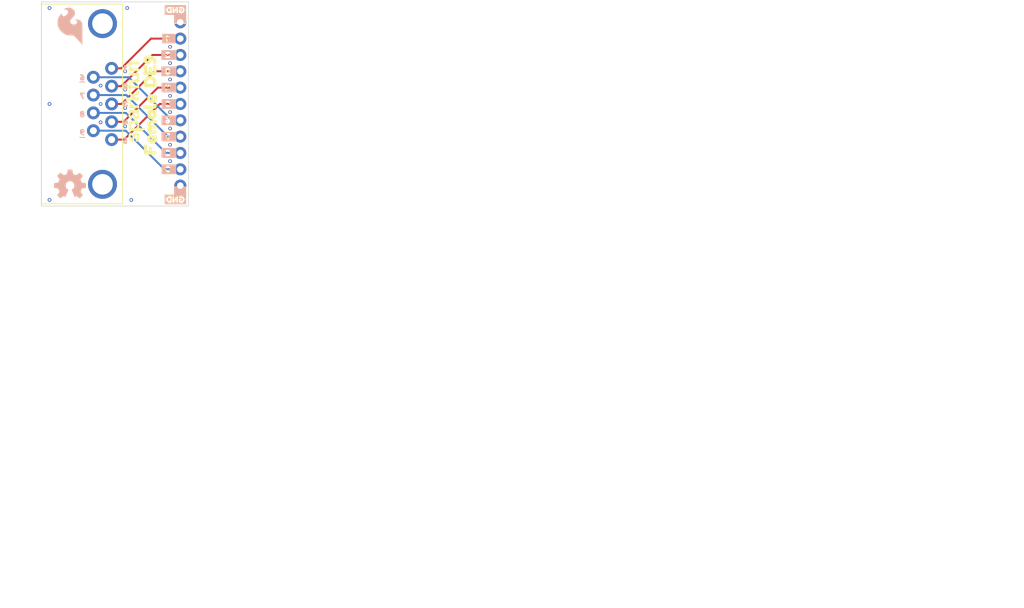
<source format=kicad_pcb>
(kicad_pcb (version 20241229) (generator "pcbnew") (generator_version "9.0")
  (title_block (title "SparkFun Product (Qwiic)") (rev "v10") (company "SparkFun") (comment 1 "Designed by: You"))
  (layers (0 "F.Cu" signal) (2 "B.Cu" signal) (13 "F.Paste" user) (15 "B.Paste" user) (5 "F.SilkS" user "F.Silkscreen") (7 "B.SilkS" user "B.Silkscreen") (1 "F.Mask" user) (3 "B.Mask" user) (25 "Edge.Cuts" user))
  (net 0 "")
  (net 1 "/2")
  (net 2 "/4")
  (net 3 "/1")
  (net 4 "/5")
  (net 5 "/6")
  (net 6 "/8")
  (net 7 "/3")
  (net 8 "/9")
  (net 9 "/7")
  (net 10 "GND")
  (footprint "SparkFun-Aesthetic:Creative_Commons_License" (layer "F.Cu") (at 215.265 168.91)
    (property "Reference" "G3" (hide yes))
    (property "Value" "OSHW_Logo" (hide yes))
  )
  (footprint "kibuzzard-67D496DD" (layer "F.Cu") (at 129.286 111.125)
    (property "Reference" "kibuzzard-67D496DD" (hide yes))
    (property "Value" "G***" (hide yes))
  )
  (footprint "SparkFun-Aesthetic:SparkFun_Logo_NoFlame_12.5mm" (layer "F.Cu") (at 123.7615 108.585 90)
    (property "Reference" "G***" (hide yes))
    (property "Value" "LOGO" (hide yes))
  )
  (footprint "SparkFun-Connector:1x01" (layer "F.Cu") (at 131.064 121.285)
    (property "Reference" "J3")
    (property "Value" "Conn_01x01")
    (pad "1" thru_hole circle (at 0 0 90) (size 1.8796 1.8796) (drill 1.016) (layers "*.Cu" "*.Mask") (net 10 "GND"))
  )
  (footprint "kibuzzard-67DDBC91" (layer "F.Cu") (at 130.302 93.975)
    (property "Reference" "kibuzzard-67DDBC91" (hide yes))
    (property "Value" "G***" (hide yes))
  )
  (footprint "kibuzzard-67D496EA" (layer "F.Cu") (at 129.286 116.205)
    (property "Reference" "kibuzzard-67D496EA" (hide yes))
    (property "Value" "G***" (hide yes))
  )
  (footprint "kibuzzard-67D496F6" (layer "F.Cu") (at 129.286 118.745)
    (property "Reference" "kibuzzard-67D496F6" (hide yes))
    (property "Value" "G***" (hide yes))
  )
  (footprint "kibuzzard-67D49838" (layer "F.Cu") (at 126.365 103.505 90)
    (property "Reference" "kibuzzard-67D49838" (hide yes))
    (property "Value" "G***" (hide yes))
  )
  (footprint "kibuzzard-67D49687" (layer "F.Cu") (at 129.286 98.425)
    (property "Reference" "kibuzzard-67D49687" (hide yes))
    (property "Value" "G***" (hide yes))
  )
  (footprint "kibuzzard-67D496E4" (layer "F.Cu") (at 129.286 113.665)
    (property "Reference" "kibuzzard-67D496E4" (hide yes))
    (property "Value" "G***" (hide yes))
  )
  (footprint "DE9_Footprint:DB9_Female" (layer "F.Cu") (at 120.396 108.585 90)
    (property "Reference" "J1")
    (property "Value" "DB9-Female")
    (pad "1" thru_hole circle (at 5.539999 0 90) (size 2 2) (drill 1.09) (layers "*.Cu" "*.Mask") (net 3 "/1"))
    (pad "2" thru_hole circle (at 2.77 0 90) (size 2 2) (drill 1.09) (layers "*.Cu" "*.Mask") (net 1 "/2"))
    (pad "3" thru_hole circle (at 0 0 90) (size 2 2) (drill 1.09) (layers "*.Cu" "*.Mask") (net 7 "/3"))
    (pad "4" thru_hole circle (at -2.77 0 90) (size 2 2) (drill 1.09) (layers "*.Cu" "*.Mask") (net 2 "/4"))
    (pad "5" thru_hole circle (at -5.539999 0 90) (size 2 2) (drill 1.09) (layers "*.Cu" "*.Mask") (net 4 "/5"))
    (pad "6" thru_hole circle (at 4.155001 -2.839999 90) (size 2 2) (drill 1.09) (layers "*.Cu" "*.Mask") (net 5 "/6"))
    (pad "7" thru_hole circle (at 1.385001 -2.839999 90) (size 2 2) (drill 1.09) (layers "*.Cu" "*.Mask") (net 9 "/7"))
    (pad "8" thru_hole circle (at -1.384998 -2.839999 90) (size 2 2) (drill 1.09) (layers "*.Cu" "*.Mask") (net 6 "/8"))
    (pad "9" thru_hole circle (at -4.154998 -2.839999 90) (size 2 2) (drill 1.09) (layers "*.Cu" "*.Mask") (net 8 "/9"))
    (pad "10" thru_hole circle (at -12.495 -1.42 90) (size 4.5 4.5) (drill 3.2) (layers "*.Cu" "*.Mask"))
    (pad "11" thru_hole circle (at 12.495 -1.42 90) (size 4.5 4.5) (drill 3.2) (layers "*.Cu" "*.Mask"))
  )
  (footprint "SparkFun-Hardware:Standoff" (layer "F.Cu") (at 125.984 95.25)
    (property "Reference" "ST1")
    (property "Value" "Stand_off")
    (pad "" np_thru_hole circle (at 0 0) (size 3.1 3.1) (drill 3.1) (layers "*.Cu" "*.Mask"))
  )
  (footprint "kibuzzard-67DB2D85" (layer "F.Cu") (at 126.365 111.76 90)
    (property "Reference" "kibuzzard-67DB2D85" (hide yes))
    (property "Value" "G***" (hide yes))
  )
  (footprint "kibuzzard-67D496C7" (layer "F.Cu") (at 129.286 103.505)
    (property "Reference" "kibuzzard-67D496C7" (hide yes))
    (property "Value" "G***" (hide yes))
  )
  (footprint "SparkFun-Connector:1x01" (layer "F.Cu") (at 131.064 95.885)
    (property "Reference" "J4")
    (property "Value" "Conn_01x01")
    (pad "1" thru_hole circle (at 0 0 90) (size 1.8796 1.8796) (drill 1.016) (layers "*.Cu" "*.Mask") (net 10 "GND"))
  )
  (footprint "kibuzzard-67D496CD" (layer "F.Cu") (at 129.286 106.045)
    (property "Reference" "kibuzzard-67D496CD" (hide yes))
    (property "Value" "G***" (hide yes))
  )
  (footprint "kibuzzard-67DDBC91" (layer "F.Cu") (at 130.296537 123.444)
    (property "Reference" "kibuzzard-67DDBC91" (hide yes))
    (property "Value" "G***" (hide yes))
  )
  (footprint "kibuzzard-67D496D5" (layer "F.Cu") (at 129.286 108.585)
    (property "Reference" "kibuzzard-67D496D5" (hide yes))
    (property "Value" "G***" (hide yes))
  )
  (footprint "kibuzzard-67D496B8" (layer "F.Cu") (at 129.286 100.965)
    (property "Reference" "kibuzzard-67D496B8" (hide yes))
    (property "Value" "G***" (hide yes))
  )
  (footprint "SparkFun-Hardware:Standoff" (layer "F.Cu") (at 125.984 121.92)
    (property "Reference" "ST2")
    (property "Value" "Stand_off")
    (pad "" np_thru_hole circle (at 0 0) (size 3.1 3.1) (drill 3.1) (layers "*.Cu" "*.Mask"))
  )
  (footprint "kibuzzard-67DDA384" (layer "B.Cu") (at 129.286 98.425 180)
    (property "Reference" "kibuzzard-67DDA384" (hide yes))
    (property "Value" "G***" (hide yes))
  )
  (footprint "kibuzzard-67DDBC91" (layer "B.Cu") (at 130.302 123.442152 180)
    (property "Reference" "kibuzzard-67DDBC91" (hide yes))
    (property "Value" "G***" (hide yes))
  )
  (footprint "kibuzzard-67DDBDCE" (layer "B.Cu") (at 122.555 108.585 180)
    (property "Reference" "kibuzzard-67DDBDCE" (hide yes))
    (property "Value" "G***" (hide yes))
  )
  (footprint "kibuzzard-67DDA3B0" (layer "B.Cu") (at 129.286 111.125 180)
    (property "Reference" "kibuzzard-67DDA3B0" (hide yes))
    (property "Value" "G***" (hide yes))
  )
  (footprint "kibuzzard-67DDBDDC" (layer "B.Cu") (at 115.824 112.9792)
    (property "Reference" "kibuzzard-67DDBDDC" (hide yes))
    (property "Value" "G***" (hide yes))
  )
  (footprint "kibuzzard-67DDBDD2" (layer "B.Cu") (at 122.555 111.4425 180)
    (property "Reference" "kibuzzard-67DDBDD2" (hide yes))
    (property "Value" "G***" (hide yes))
  )
  (footprint "kibuzzard-67DDA391" (layer "B.Cu") (at 129.286 100.965 180)
    (property "Reference" "kibuzzard-67DDA391" (hide yes))
    (property "Value" "G***" (hide yes))
  )
  (footprint "kibuzzard-67DDA3E0" (layer "B.Cu") (at 129.286 118.745 180)
    (property "Reference" "kibuzzard-67DDA3E0" (hide yes))
    (property "Value" "G***" (hide yes))
  )
  (footprint "kibuzzard-67DDBC91" (layer "B.Cu") (at 130.302 93.975 180)
    (property "Reference" "kibuzzard-67DDBC91" (hide yes))
    (property "Value" "G***" (hide yes))
  )
  (footprint "kibuzzard-67DDA3AA" (layer "B.Cu") (at 129.286 108.585 180)
    (property "Reference" "kibuzzard-67DDA3AA" (hide yes))
    (property "Value" "G***" (hide yes))
  )
  (footprint "SparkFun-Aesthetic:SparkFun_Flame_6mm" (layer "B.Cu") (at 113.919 96.52 180)
    (property "Reference" "G***" (hide yes))
    (property "Value" "Flame" (hide yes))
  )
  (footprint "kibuzzard-67DDBDD7" (layer "B.Cu") (at 122.4915 114.2746 180)
    (property "Reference" "kibuzzard-67DDBDD7" (hide yes))
    (property "Value" "G***" (hide yes))
  )
  (footprint "kibuzzard-67DDA3D5" (layer "B.Cu") (at 129.286 116.205 180)
    (property "Reference" "kibuzzard-67DDA3D5" (hide yes))
    (property "Value" "G***" (hide yes))
  )
  (footprint "kibuzzard-67DDBDF6" (layer "B.Cu") (at 115.824 110.1598 180)
    (property "Reference" "kibuzzard-67DDBDF6" (hide yes))
    (property "Value" "G***" (hide yes))
  )
  (footprint "kibuzzard-67DDA3A2" (layer "B.Cu") (at 129.286 106.045 180)
    (property "Reference" "kibuzzard-67DDA3A2" (hide yes))
    (property "Value" "G***" (hide yes))
  )
  (footprint "SparkFun-Aesthetic:OSHW_Logo_5mm" (layer "B.Cu") (at 113.919 121.285 180)
    (property "Reference" "Ref**" (hide yes))
    (property "Value" "Val**" (hide yes))
  )
  (footprint "kibuzzard-67DDBDB0" (layer "B.Cu") (at 122.4915 105.8164 180)
    (property "Reference" "kibuzzard-67DDBDB0" (hide yes))
    (property "Value" "G***" (hide yes))
  )
  (footprint "kibuzzard-67DDA3B8" (layer "B.Cu") (at 129.286 113.665 180)
    (property "Reference" "kibuzzard-67DDA3B8" (hide yes))
    (property "Value" "G***" (hide yes))
  )
  (footprint "kibuzzard-67DDBDFC" (layer "B.Cu") (at 115.824 104.4575)
    (property "Reference" "kibuzzard-67DDBDFC" (hide yes))
    (property "Value" "G***" (hide yes))
  )
  (footprint "SparkFun-Connector:1x09" (layer "B.Cu") (at 131.064 98.425 -90)
    (property "Reference" "J2")
    (property "Value" "Conn_01x09")
    (pad "1" thru_hole circle (at 0 0 180) (size 1.8796 1.8796) (drill 1.016) (layers "*.Cu" "*.Mask") (net 3 "/1"))
    (pad "2" thru_hole circle (at 2.54 0 180) (size 1.8796 1.8796) (drill 1.016) (layers "*.Cu" "*.Mask") (net 1 "/2"))
    (pad "3" thru_hole circle (at 5.08 0 180) (size 1.8796 1.8796) (drill 1.016) (layers "*.Cu" "*.Mask") (net 7 "/3"))
    (pad "4" thru_hole circle (at 7.62 0 180) (size 1.8796 1.8796) (drill 1.016) (layers "*.Cu" "*.Mask") (net 2 "/4"))
    (pad "5" thru_hole circle (at 10.16 0 180) (size 1.8796 1.8796) (drill 1.016) (layers "*.Cu" "*.Mask") (net 4 "/5"))
    (pad "6" thru_hole circle (at 12.7 0 180) (size 1.8796 1.8796) (drill 1.016) (layers "*.Cu" "*.Mask") (net 5 "/6"))
    (pad "7" thru_hole circle (at 15.24 0 180) (size 1.8796 1.8796) (drill 1.016) (layers "*.Cu" "*.Mask") (net 9 "/7"))
    (pad "8" thru_hole circle (at 17.78 0 180) (size 1.8796 1.8796) (drill 1.016) (layers "*.Cu" "*.Mask") (net 6 "/8"))
    (pad "9" thru_hole circle (at 20.32 0 180) (size 1.8796 1.8796) (drill 1.016) (layers "*.Cu" "*.Mask") (net 8 "/9"))
  )
  (footprint "kibuzzard-67DDBDCA" (layer "B.Cu") (at 122.555 103.0478 180)
    (property "Reference" "kibuzzard-67DDBDCA" (hide yes))
    (property "Value" "G***" (hide yes))
  )
  (footprint "kibuzzard-67DDBDF0" (layer "B.Cu") (at 115.824 107.315 180)
    (property "Reference" "kibuzzard-67DDBDF0" (hide yes))
    (property "Value" "G***" (hide yes))
  )
  (footprint "kibuzzard-67DDA399" (layer "B.Cu") (at 129.286 103.505 180)
    (property "Reference" "kibuzzard-67DDA399" (hide yes))
    (property "Value" "G***" (hide yes))
  )
  (gr_rect (start 130.175 121.4832) (end 131.891274 122.684112) (stroke (width 0.15)) (fill yes) (layer "F.SilkS"))
  (gr_rect (start 130.2004 94.734888) (end 131.9022 96.0628) (stroke (width 0.15)) (fill yes) (layer "F.SilkS"))
  (gr_line (start 116.205 113.792) (end 115.443 113.792) (stroke (width 0.15)) (layer "B.SilkS"))
  (gr_rect (start 130.175 94.734888) (end 131.891274 95.9358) (stroke (width 0.15)) (fill yes) (layer "B.SilkS"))
  (gr_line (start 116.205 105.156) (end 115.443 105.156) (stroke (width 0.15)) (layer "B.SilkS"))
  (gr_rect (start 130.175 121.476088) (end 131.891274 122.677) (stroke (width 0.15)) (fill yes) (layer "B.SilkS"))
  (gr_rect (start 109.474 92.71) (end 132.334 124.46) (stroke (width 0.1)) (fill no) (layer "Edge.Cuts"))
  (via (at 123.444 123.5075) (size 0.56) (drill 0.3) (layers "F.Cu" "B.Cu") (net 0))
  (via (at 122.809 93.6625) (size 0.56) (drill 0.3) (layers "F.Cu" "B.Cu") (net 0))
  (via (at 110.744 93.6625) (size 0.56) (drill 0.3) (layers "F.Cu" "B.Cu") (net 0))
  (via (at 110.744 123.5075) (size 0.56) (drill 0.3) (layers "F.Cu" "B.Cu") (net 0))
  (via (at 110.744 108.585) (size 0.56) (drill 0.3) (layers "F.Cu" "B.Cu") (net 0))
  (segment (start 121.89591 105.815) (end 122.237455 105.473455) (width 0.3048) (layer "F.Cu") (net 1))
  (segment (start 131.064 100.965) (end 126.74591 100.965) (width 0.3048) (layer "F.Cu") (net 1))
  (segment (start 120.396 105.815) (end 121.89591 105.815) (width 0.3048) (layer "F.Cu") (net 1))
  (segment (start 126.74591 100.965) (end 122.237455 105.473455) (width 0.3048) (layer "F.Cu") (net 1))
  (segment (start 122.237455 105.473455) (end 122.09141 105.6195) (width 0.3048) (layer "F.Cu") (net 1))
  (segment (start 127.5715 106.045) (end 122.457 111.1595) (width 0.3048) (layer "F.Cu") (net 2))
  (segment (start 131.064 106.045) (end 127.5715 106.045) (width 0.3048) (layer "F.Cu") (net 2))
  (segment (start 120.396 111.355) (end 122.2615 111.355) (width 0.3048) (layer "F.Cu") (net 2))
  (segment (start 122.2615 111.355) (end 122.457 111.1595) (width 0.3048) (layer "F.Cu") (net 2))
  (segment (start 126.5174 98.425) (end 122.33275 102.60965) (width 0.3048) (layer "F.Cu") (net 3))
  (segment (start 121.897399 103.045001) (end 122.33275 102.60965) (width 0.3048) (layer "F.Cu") (net 3))
  (segment (start 131.064 98.425) (end 126.5174 98.425) (width 0.3048) (layer "F.Cu") (net 3))
  (segment (start 120.396 103.045001) (end 121.897399 103.045001) (width 0.3048) (layer "F.Cu") (net 3))
  (segment (start 122.336301 114.124999) (end 122.531801 113.929499) (width 0.3048) (layer "F.Cu") (net 4))
  (segment (start 131.064 108.585) (end 127.8763 108.585) (width 0.3048) (layer "F.Cu") (net 4))
  (segment (start 120.396 114.124999) (end 122.336301 114.124999) (width 0.3048) (layer "F.Cu") (net 4))
  (segment (start 122.531801 113.929499) (end 127.56515 108.89615) (width 0.3048) (layer "F.Cu") (net 4))
  (segment (start 127.8763 108.585) (end 127.56515 108.89615) (width 0.3048) (layer "F.Cu") (net 4))
  (segment (start 123.035499 104.429999) (end 123.2535 104.648) (width 0.3048) (layer "B.Cu") (net 5))
  (segment (start 131.064 111.125) (end 129.7305 111.125) (width 0.3048) (layer "B.Cu") (net 5))
  (segment (start 117.556001 104.429999) (end 123.035499 104.429999) (width 0.3048) (layer "B.Cu") (net 5))
  (segment (start 129.7305 111.125) (end 123.2535 104.648) (width 0.3048) (layer "B.Cu") (net 5))
  (segment (start 122.606498 109.969998) (end 122.65025 110.01375) (width 0.3048) (layer "B.Cu") (net 6))
  (segment (start 131.064 116.205) (end 128.8415 116.205) (width 0.3048) (layer "B.Cu") (net 6))
  (segment (start 128.8415 116.205) (end 122.65025 110.01375) (width 0.3048) (layer "B.Cu") (net 6))
  (segment (start 117.556001 109.969998) (end 122.606498 109.969998) (width 0.3048) (layer "B.Cu") (net 6))
  (segment (start 120.396 108.585) (end 121.9327 108.585) (width 0.3048) (layer "F.Cu") (net 7))
  (segment (start 127.0127 103.505) (end 122.1282 108.3895) (width 0.3048) (layer "F.Cu") (net 7))
  (segment (start 131.064 103.505) (end 127.0127 103.505) (width 0.3048) (layer "F.Cu") (net 7))
  (segment (start 121.9327 108.585) (end 122.1282 108.3895) (width 0.3048) (layer "F.Cu") (net 7))
  (segment (start 131.064 118.745) (end 128.5875 118.745) (width 0.3048) (layer "B.Cu") (net 8))
  (segment (start 128.5875 118.745) (end 122.682 112.8395) (width 0.3048) (layer "B.Cu") (net 8))
  (segment (start 117.556001 112.739998) (end 122.582498 112.739998) (width 0.3048) (layer "B.Cu") (net 8))
  (segment (start 122.582498 112.739998) (end 122.682 112.8395) (width 0.3048) (layer "B.Cu") (net 8))
  (segment (start 122.681299 107.199999) (end 122.80265 107.32135) (width 0.3048) (layer "B.Cu") (net 9))
  (segment (start 117.556001 107.199999) (end 122.681299 107.199999) (width 0.3048) (layer "B.Cu") (net 9))
  (segment (start 129.1463 113.665) (end 122.80265 107.32135) (width 0.3048) (layer "B.Cu") (net 9))
  (segment (start 131.064 113.665) (end 129.1463 113.665) (width 0.3048) (layer "B.Cu") (net 9))
  (via (at 129.4765 104.775) (size 0.56) (drill 0.3) (layers "F.Cu" "B.Cu") (net 10))
  (via (at 129.4765 117.475) (size 0.56) (drill 0.3) (layers "F.Cu" "B.Cu") (net 10))
  (via (at 129.4765 109.855) (size 0.56) (drill 0.3) (layers "F.Cu" "B.Cu") (net 10))
  (via (at 118.6815 111.4425) (size 0.56) (drill 0.3) (layers "F.Cu" "B.Cu") (net 10))
  (via (at 122.4915 106.3625) (size 0.56) (drill 0.3) (layers "F.Cu" "B.Cu") (net 10))
  (via (at 129.4765 99.695) (size 0.56) (drill 0.3) (layers "F.Cu" "B.Cu") (net 10))
  (via (at 129.4765 107.315) (size 0.56) (drill 0.3) (layers "F.Cu" "B.Cu") (net 10))
  (via (at 118.6815 105.7275) (size 0.56) (drill 0.3) (layers "F.Cu" "B.Cu") (net 10))
  (via (at 129.4765 102.235) (size 0.56) (drill 0.3) (layers "F.Cu" "B.Cu") (net 10))
  (via (at 129.4765 112.395) (size 0.56) (drill 0.3) (layers "F.Cu" "B.Cu") (net 10))
  (via (at 122.4915 109.22) (size 0.56) (drill 0.3) (layers "F.Cu" "B.Cu") (net 10))
  (via (at 122.4915 112.0775) (size 0.56) (drill 0.3) (layers "F.Cu" "B.Cu") (net 10))
  (via (at 129.4765 114.935) (size 0.56) (drill 0.3) (layers "F.Cu" "B.Cu") (net 10))
  (via (at 118.6815 108.585) (size 0.56) (drill 0.3) (layers "F.Cu" "B.Cu") (net 10))
  (via (at 122.4915 103.505) (size 0.56) (drill 0.3) (layers "F.Cu" "B.Cu") (net 10))
)
</source>
